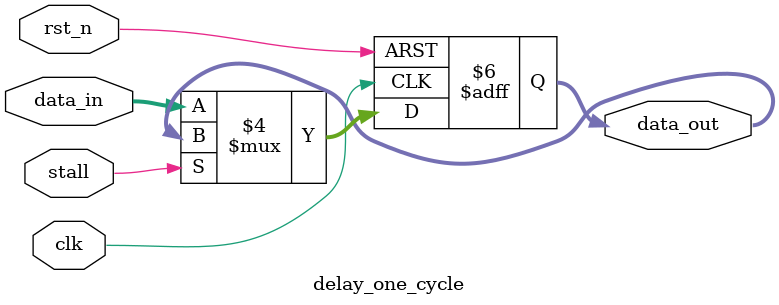
<source format=v>
module delay_one_cycle 
#(
    parameter WIDTH = 32		// 寄存器宽度
)
(
    input clk,      
	input rst_n,    
    input stall,		// 暂停，保持数据
	input [WIDTH-1:0] data_in,      
	output reg [WIDTH-1:0] data_out  
);
	// 功能实现
    always@(posedge clk or negedge rst_n) begin
	    if(!rst_n) begin
		    data_out <= 0;
		end
        else if(stall) begin
            data_out <= data_out;
        end
		else begin
		    data_out <= data_in;
		end
	end
endmodule
</source>
